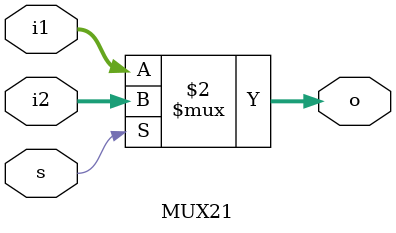
<source format=v>
module MUX21(
    input [31:0] i1,
    input [31:0] i2,
    input s,
    output [31:0] o
);
    assign o = (s == 1'b0) ? i1 : i2;
endmodule

</source>
